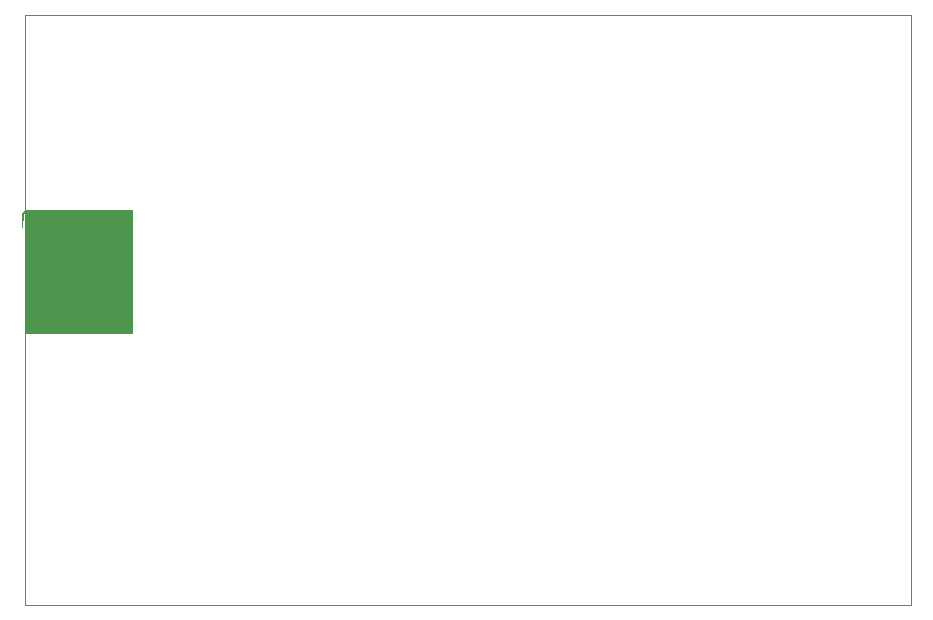
<source format=gbr>
%TF.GenerationSoftware,Altium Limited,Altium Designer,24.9.1 (31)*%
G04 Layer_Color=0*
%FSLAX45Y45*%
%MOMM*%
%TF.SameCoordinates,30E74C37-C7CC-4F87-9207-2BD30A255DAA*%
%TF.FilePolarity,Positive*%
%TF.FileFunction,Profile,NP*%
%TF.Part,Single*%
G01*
G75*
%TA.AperFunction,Profile*%
%ADD125C,0.02540*%
G36*
X-7644133Y2088140D02*
X-6733740D01*
Y1038834D01*
X-6743875D01*
X-7640900D01*
Y2084908D01*
X-7644131Y2088140D01*
X-7670800Y2061471D01*
Y1902460D01*
X-7644133Y2088140D01*
D02*
G37*
G36*
X-7644133Y1974299D02*
X-6733740D01*
Y1154560D01*
X-7644131D01*
X-7644133Y1974299D01*
D02*
G37*
D125*
X-7644131Y-1253483D02*
Y3746517D01*
X-144131D01*
Y-1253483D01*
X-7644131D01*
%TF.MD5,8ff37744bd0cc87027197f263a23ab6c*%
M02*

</source>
